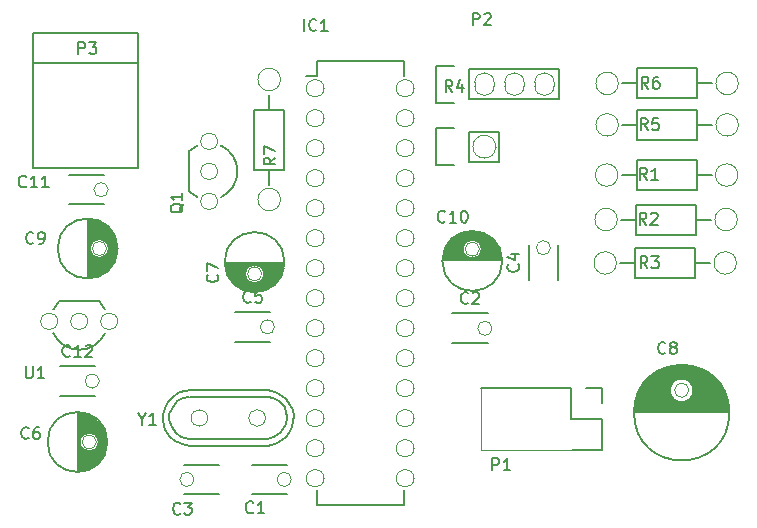
<source format=gbr>
G04 #@! TF.FileFunction,Legend,Top*
%FSLAX46Y46*%
G04 Gerber Fmt 4.6, Leading zero omitted, Abs format (unit mm)*
G04 Created by KiCad (PCBNEW 4.0.2+dfsg1-stable) date śro, 11 kwi 2018, 10:40:26*
%MOMM*%
G01*
G04 APERTURE LIST*
%ADD10C,0.100000*%
%ADD11C,0.150000*%
%ADD12C,0.120000*%
G04 APERTURE END LIST*
D10*
D11*
X165176500Y-112636500D02*
X166510000Y-112636500D01*
X166510000Y-112636500D02*
X166510000Y-113906500D01*
X156286500Y-112636500D02*
X163906500Y-112636500D01*
X163906500Y-112636500D02*
X163906500Y-115240000D01*
X163906500Y-115240000D02*
X166573500Y-115240000D01*
X166573500Y-115240000D02*
X166573500Y-117843500D01*
X166573500Y-117843500D02*
X164033500Y-117843500D01*
D12*
X163970000Y-117840000D02*
X156290000Y-117840000D01*
X156290000Y-117840000D02*
X156290000Y-112640000D01*
X166570000Y-115240000D02*
X163970000Y-115240000D01*
D11*
X136880000Y-119120000D02*
X139880000Y-119120000D01*
X139880000Y-121620000D02*
X136880000Y-121620000D01*
X134140000Y-121620000D02*
X131140000Y-121620000D01*
X131140000Y-119120000D02*
X134140000Y-119120000D01*
X122195000Y-114701000D02*
X122195000Y-119699000D01*
X122335000Y-114709000D02*
X122335000Y-117046000D01*
X122335000Y-117354000D02*
X122335000Y-119691000D01*
X122475000Y-114725000D02*
X122475000Y-116727000D01*
X122475000Y-117673000D02*
X122475000Y-119675000D01*
X122615000Y-114749000D02*
X122615000Y-116580000D01*
X122615000Y-117820000D02*
X122615000Y-119651000D01*
X122755000Y-114782000D02*
X122755000Y-116488000D01*
X122755000Y-117912000D02*
X122755000Y-119618000D01*
X122895000Y-114823000D02*
X122895000Y-116432000D01*
X122895000Y-117968000D02*
X122895000Y-119577000D01*
X123035000Y-114873000D02*
X123035000Y-116405000D01*
X123035000Y-117995000D02*
X123035000Y-119527000D01*
X123175000Y-114934000D02*
X123175000Y-116402000D01*
X123175000Y-117998000D02*
X123175000Y-119466000D01*
X123315000Y-115004000D02*
X123315000Y-116424000D01*
X123315000Y-117976000D02*
X123315000Y-119396000D01*
X123455000Y-115086000D02*
X123455000Y-116474000D01*
X123455000Y-117926000D02*
X123455000Y-119314000D01*
X123595000Y-115181000D02*
X123595000Y-116556000D01*
X123595000Y-117844000D02*
X123595000Y-119219000D01*
X123735000Y-115292000D02*
X123735000Y-116688000D01*
X123735000Y-117712000D02*
X123735000Y-119108000D01*
X123875000Y-115420000D02*
X123875000Y-116935000D01*
X123875000Y-117465000D02*
X123875000Y-118980000D01*
X124015000Y-115569000D02*
X124015000Y-118831000D01*
X124155000Y-115748000D02*
X124155000Y-118652000D01*
X124295000Y-115967000D02*
X124295000Y-118433000D01*
X124435000Y-116256000D02*
X124435000Y-118144000D01*
X124575000Y-116728000D02*
X124575000Y-117672000D01*
X123920000Y-117200000D02*
G75*
G03X123920000Y-117200000I-800000J0D01*
G01*
X124657500Y-117200000D02*
G75*
G03X124657500Y-117200000I-2537500J0D01*
G01*
X139619000Y-102045000D02*
X134621000Y-102045000D01*
X139611000Y-102185000D02*
X137274000Y-102185000D01*
X136966000Y-102185000D02*
X134629000Y-102185000D01*
X139595000Y-102325000D02*
X137593000Y-102325000D01*
X136647000Y-102325000D02*
X134645000Y-102325000D01*
X139571000Y-102465000D02*
X137740000Y-102465000D01*
X136500000Y-102465000D02*
X134669000Y-102465000D01*
X139538000Y-102605000D02*
X137832000Y-102605000D01*
X136408000Y-102605000D02*
X134702000Y-102605000D01*
X139497000Y-102745000D02*
X137888000Y-102745000D01*
X136352000Y-102745000D02*
X134743000Y-102745000D01*
X139447000Y-102885000D02*
X137915000Y-102885000D01*
X136325000Y-102885000D02*
X134793000Y-102885000D01*
X139386000Y-103025000D02*
X137918000Y-103025000D01*
X136322000Y-103025000D02*
X134854000Y-103025000D01*
X139316000Y-103165000D02*
X137896000Y-103165000D01*
X136344000Y-103165000D02*
X134924000Y-103165000D01*
X139234000Y-103305000D02*
X137846000Y-103305000D01*
X136394000Y-103305000D02*
X135006000Y-103305000D01*
X139139000Y-103445000D02*
X137764000Y-103445000D01*
X136476000Y-103445000D02*
X135101000Y-103445000D01*
X139028000Y-103585000D02*
X137632000Y-103585000D01*
X136608000Y-103585000D02*
X135212000Y-103585000D01*
X138900000Y-103725000D02*
X137385000Y-103725000D01*
X136855000Y-103725000D02*
X135340000Y-103725000D01*
X138751000Y-103865000D02*
X135489000Y-103865000D01*
X138572000Y-104005000D02*
X135668000Y-104005000D01*
X138353000Y-104145000D02*
X135887000Y-104145000D01*
X138064000Y-104285000D02*
X136176000Y-104285000D01*
X137592000Y-104425000D02*
X136648000Y-104425000D01*
X137920000Y-102970000D02*
G75*
G03X137920000Y-102970000I-800000J0D01*
G01*
X139657500Y-101970000D02*
G75*
G03X139657500Y-101970000I-2537500J0D01*
G01*
X169281000Y-114645000D02*
X177279000Y-114645000D01*
X169286000Y-114505000D02*
X177274000Y-114505000D01*
X169296000Y-114365000D02*
X177264000Y-114365000D01*
X169311000Y-114225000D02*
X177249000Y-114225000D01*
X169331000Y-114085000D02*
X177229000Y-114085000D01*
X169356000Y-113945000D02*
X177204000Y-113945000D01*
X169386000Y-113805000D02*
X173107000Y-113805000D01*
X173453000Y-113805000D02*
X177174000Y-113805000D01*
X169422000Y-113665000D02*
X172745000Y-113665000D01*
X173815000Y-113665000D02*
X177138000Y-113665000D01*
X169463000Y-113525000D02*
X172571000Y-113525000D01*
X173989000Y-113525000D02*
X177097000Y-113525000D01*
X169509000Y-113385000D02*
X172455000Y-113385000D01*
X174105000Y-113385000D02*
X177051000Y-113385000D01*
X169562000Y-113245000D02*
X172375000Y-113245000D01*
X174185000Y-113245000D02*
X176998000Y-113245000D01*
X169621000Y-113105000D02*
X172321000Y-113105000D01*
X174239000Y-113105000D02*
X176939000Y-113105000D01*
X169686000Y-112965000D02*
X172291000Y-112965000D01*
X174269000Y-112965000D02*
X176874000Y-112965000D01*
X169757000Y-112825000D02*
X172280000Y-112825000D01*
X174280000Y-112825000D02*
X176803000Y-112825000D01*
X169836000Y-112685000D02*
X172289000Y-112685000D01*
X174271000Y-112685000D02*
X176724000Y-112685000D01*
X169923000Y-112545000D02*
X172319000Y-112545000D01*
X174241000Y-112545000D02*
X176637000Y-112545000D01*
X170018000Y-112405000D02*
X172370000Y-112405000D01*
X174190000Y-112405000D02*
X176542000Y-112405000D01*
X170122000Y-112265000D02*
X172448000Y-112265000D01*
X174112000Y-112265000D02*
X176438000Y-112265000D01*
X170236000Y-112125000D02*
X172561000Y-112125000D01*
X173999000Y-112125000D02*
X176324000Y-112125000D01*
X170361000Y-111985000D02*
X172730000Y-111985000D01*
X173830000Y-111985000D02*
X176199000Y-111985000D01*
X170499000Y-111845000D02*
X173058000Y-111845000D01*
X173502000Y-111845000D02*
X176061000Y-111845000D01*
X170651000Y-111705000D02*
X175909000Y-111705000D01*
X170821000Y-111565000D02*
X175739000Y-111565000D01*
X171012000Y-111425000D02*
X175548000Y-111425000D01*
X171230000Y-111285000D02*
X175330000Y-111285000D01*
X171486000Y-111145000D02*
X175074000Y-111145000D01*
X171797000Y-111005000D02*
X174763000Y-111005000D01*
X172213000Y-110865000D02*
X174347000Y-110865000D01*
X173080000Y-110725000D02*
X173480000Y-110725000D01*
X174280000Y-112820000D02*
G75*
G03X174280000Y-112820000I-1000000J0D01*
G01*
X177317500Y-114720000D02*
G75*
G03X177317500Y-114720000I-4037500J0D01*
G01*
X123055000Y-98321000D02*
X123055000Y-103319000D01*
X123195000Y-98329000D02*
X123195000Y-100666000D01*
X123195000Y-100974000D02*
X123195000Y-103311000D01*
X123335000Y-98345000D02*
X123335000Y-100347000D01*
X123335000Y-101293000D02*
X123335000Y-103295000D01*
X123475000Y-98369000D02*
X123475000Y-100200000D01*
X123475000Y-101440000D02*
X123475000Y-103271000D01*
X123615000Y-98402000D02*
X123615000Y-100108000D01*
X123615000Y-101532000D02*
X123615000Y-103238000D01*
X123755000Y-98443000D02*
X123755000Y-100052000D01*
X123755000Y-101588000D02*
X123755000Y-103197000D01*
X123895000Y-98493000D02*
X123895000Y-100025000D01*
X123895000Y-101615000D02*
X123895000Y-103147000D01*
X124035000Y-98554000D02*
X124035000Y-100022000D01*
X124035000Y-101618000D02*
X124035000Y-103086000D01*
X124175000Y-98624000D02*
X124175000Y-100044000D01*
X124175000Y-101596000D02*
X124175000Y-103016000D01*
X124315000Y-98706000D02*
X124315000Y-100094000D01*
X124315000Y-101546000D02*
X124315000Y-102934000D01*
X124455000Y-98801000D02*
X124455000Y-100176000D01*
X124455000Y-101464000D02*
X124455000Y-102839000D01*
X124595000Y-98912000D02*
X124595000Y-100308000D01*
X124595000Y-101332000D02*
X124595000Y-102728000D01*
X124735000Y-99040000D02*
X124735000Y-100555000D01*
X124735000Y-101085000D02*
X124735000Y-102600000D01*
X124875000Y-99189000D02*
X124875000Y-102451000D01*
X125015000Y-99368000D02*
X125015000Y-102272000D01*
X125155000Y-99587000D02*
X125155000Y-102053000D01*
X125295000Y-99876000D02*
X125295000Y-101764000D01*
X125435000Y-100348000D02*
X125435000Y-101292000D01*
X124780000Y-100820000D02*
G75*
G03X124780000Y-100820000I-800000J0D01*
G01*
X125517500Y-100820000D02*
G75*
G03X125517500Y-100820000I-2537500J0D01*
G01*
X153051000Y-101795000D02*
X158049000Y-101795000D01*
X153059000Y-101655000D02*
X155396000Y-101655000D01*
X155704000Y-101655000D02*
X158041000Y-101655000D01*
X153075000Y-101515000D02*
X155077000Y-101515000D01*
X156023000Y-101515000D02*
X158025000Y-101515000D01*
X153099000Y-101375000D02*
X154930000Y-101375000D01*
X156170000Y-101375000D02*
X158001000Y-101375000D01*
X153132000Y-101235000D02*
X154838000Y-101235000D01*
X156262000Y-101235000D02*
X157968000Y-101235000D01*
X153173000Y-101095000D02*
X154782000Y-101095000D01*
X156318000Y-101095000D02*
X157927000Y-101095000D01*
X153223000Y-100955000D02*
X154755000Y-100955000D01*
X156345000Y-100955000D02*
X157877000Y-100955000D01*
X153284000Y-100815000D02*
X154752000Y-100815000D01*
X156348000Y-100815000D02*
X157816000Y-100815000D01*
X153354000Y-100675000D02*
X154774000Y-100675000D01*
X156326000Y-100675000D02*
X157746000Y-100675000D01*
X153436000Y-100535000D02*
X154824000Y-100535000D01*
X156276000Y-100535000D02*
X157664000Y-100535000D01*
X153531000Y-100395000D02*
X154906000Y-100395000D01*
X156194000Y-100395000D02*
X157569000Y-100395000D01*
X153642000Y-100255000D02*
X155038000Y-100255000D01*
X156062000Y-100255000D02*
X157458000Y-100255000D01*
X153770000Y-100115000D02*
X155285000Y-100115000D01*
X155815000Y-100115000D02*
X157330000Y-100115000D01*
X153919000Y-99975000D02*
X157181000Y-99975000D01*
X154098000Y-99835000D02*
X157002000Y-99835000D01*
X154317000Y-99695000D02*
X156783000Y-99695000D01*
X154606000Y-99555000D02*
X156494000Y-99555000D01*
X155078000Y-99415000D02*
X156022000Y-99415000D01*
X156350000Y-100870000D02*
G75*
G03X156350000Y-100870000I-800000J0D01*
G01*
X158087500Y-101870000D02*
G75*
G03X158087500Y-101870000I-2537500J0D01*
G01*
X142385000Y-84955000D02*
X142385000Y-86225000D01*
X149735000Y-84955000D02*
X149735000Y-86225000D01*
X149735000Y-122565000D02*
X149735000Y-121295000D01*
X142385000Y-122565000D02*
X142385000Y-121295000D01*
X142385000Y-84955000D02*
X149735000Y-84955000D01*
X142385000Y-122565000D02*
X149735000Y-122565000D01*
X142385000Y-86225000D02*
X141450000Y-86225000D01*
X155310000Y-85640000D02*
X162930000Y-85640000D01*
X155310000Y-88180000D02*
X162930000Y-88180000D01*
X152490000Y-88460000D02*
X154040000Y-88460000D01*
X162930000Y-85640000D02*
X162930000Y-88180000D01*
X155310000Y-88180000D02*
X155310000Y-85640000D01*
X154040000Y-85360000D02*
X152490000Y-85360000D01*
X152490000Y-85360000D02*
X152490000Y-88460000D01*
X127215000Y-85120000D02*
X118325000Y-85120000D01*
X127215000Y-87660000D02*
X127215000Y-93375000D01*
X127215000Y-93375000D02*
X127215000Y-94010000D01*
X127215000Y-94010000D02*
X118325000Y-94010000D01*
X118325000Y-94010000D02*
X118325000Y-87660000D01*
X118325000Y-87660000D02*
X118325000Y-82580000D01*
X118325000Y-82580000D02*
X127215000Y-82580000D01*
X127215000Y-82580000D02*
X127215000Y-87660000D01*
X132273010Y-92102305D02*
G75*
G03X131570000Y-92590000I996990J-2187695D01*
G01*
X132273010Y-96477695D02*
G75*
G02X131570000Y-95990000I996990J2187695D01*
G01*
X131570000Y-92590000D02*
X131570000Y-95990000D01*
X134263127Y-92105121D02*
G75*
G02X135670000Y-94290000I-993127J-2184879D01*
G01*
X134263127Y-96474879D02*
G75*
G03X135670000Y-94290000I-993127J2184879D01*
G01*
X174550000Y-95870000D02*
X169470000Y-95870000D01*
X169470000Y-95870000D02*
X169470000Y-93330000D01*
X169470000Y-93330000D02*
X174550000Y-93330000D01*
X174550000Y-93330000D02*
X174550000Y-95870000D01*
X174550000Y-94600000D02*
X175820000Y-94600000D01*
X169470000Y-94600000D02*
X168200000Y-94600000D01*
X169420000Y-97100000D02*
X174500000Y-97100000D01*
X174500000Y-97100000D02*
X174500000Y-99640000D01*
X174500000Y-99640000D02*
X169420000Y-99640000D01*
X169420000Y-99640000D02*
X169420000Y-97100000D01*
X169420000Y-98370000D02*
X168150000Y-98370000D01*
X174500000Y-98370000D02*
X175770000Y-98370000D01*
X174430000Y-103310000D02*
X169350000Y-103310000D01*
X169350000Y-103310000D02*
X169350000Y-100770000D01*
X169350000Y-100770000D02*
X174430000Y-100770000D01*
X174430000Y-100770000D02*
X174430000Y-103310000D01*
X174430000Y-102040000D02*
X175700000Y-102040000D01*
X169350000Y-102040000D02*
X168080000Y-102040000D01*
X152480000Y-93750000D02*
X154030000Y-93750000D01*
X157840000Y-93470000D02*
X155300000Y-93470000D01*
X155300000Y-93470000D02*
X155300000Y-90930000D01*
X154030000Y-90650000D02*
X152480000Y-90650000D01*
X152480000Y-90650000D02*
X152480000Y-93750000D01*
X155300000Y-90930000D02*
X157840000Y-90930000D01*
X157840000Y-90930000D02*
X157840000Y-93470000D01*
X174590000Y-91620000D02*
X169510000Y-91620000D01*
X169510000Y-91620000D02*
X169510000Y-89080000D01*
X169510000Y-89080000D02*
X174590000Y-89080000D01*
X174590000Y-89080000D02*
X174590000Y-91620000D01*
X174590000Y-90350000D02*
X175860000Y-90350000D01*
X169510000Y-90350000D02*
X168240000Y-90350000D01*
X174590000Y-88110000D02*
X169510000Y-88110000D01*
X169510000Y-88110000D02*
X169510000Y-85570000D01*
X169510000Y-85570000D02*
X174590000Y-85570000D01*
X174590000Y-85570000D02*
X174590000Y-88110000D01*
X174590000Y-86840000D02*
X175860000Y-86840000D01*
X169510000Y-86840000D02*
X168240000Y-86840000D01*
X137090000Y-94130000D02*
X137090000Y-89050000D01*
X137090000Y-89050000D02*
X139630000Y-89050000D01*
X139630000Y-89050000D02*
X139630000Y-94130000D01*
X139630000Y-94130000D02*
X137090000Y-94130000D01*
X138360000Y-94130000D02*
X138360000Y-95400000D01*
X138360000Y-89050000D02*
X138360000Y-87780000D01*
X139589000Y-114169240D02*
X139789660Y-114570560D01*
X139789660Y-114570560D02*
X139891260Y-115170000D01*
X139891260Y-115170000D02*
X139789660Y-115670380D01*
X139789660Y-115670380D02*
X139390880Y-116368880D01*
X139390880Y-116368880D02*
X138788900Y-116770200D01*
X138788900Y-116770200D02*
X138189460Y-116970860D01*
X138189460Y-116970860D02*
X131590540Y-116970860D01*
X131590540Y-116970860D02*
X130889500Y-116770200D01*
X130889500Y-116770200D02*
X130490720Y-116470480D01*
X130490720Y-116470480D02*
X130089400Y-115970100D01*
X130089400Y-115970100D02*
X129888740Y-115370660D01*
X129888740Y-115370660D02*
X129888740Y-114870280D01*
X129888740Y-114870280D02*
X130089400Y-114369900D01*
X130089400Y-114369900D02*
X130589780Y-113770460D01*
X130589780Y-113770460D02*
X131090160Y-113470740D01*
X131090160Y-113470740D02*
X131590540Y-113369140D01*
X131689600Y-113369140D02*
X138291060Y-113369140D01*
X138291060Y-113369140D02*
X138689840Y-113470740D01*
X138689840Y-113470740D02*
X139190220Y-113770460D01*
X139190220Y-113770460D02*
X139690600Y-114270840D01*
X131699760Y-112840820D02*
X131240020Y-112889080D01*
X131240020Y-112889080D02*
X130841240Y-113000840D01*
X130841240Y-113000840D02*
X130409440Y-113219280D01*
X130409440Y-113219280D02*
X130119880Y-113450420D01*
X130119880Y-113450420D02*
X129789680Y-113800940D01*
X129789680Y-113800940D02*
X129500120Y-114339420D01*
X129500120Y-114339420D02*
X129370580Y-114938860D01*
X129370580Y-114938860D02*
X129370580Y-115449400D01*
X129370580Y-115449400D02*
X129540760Y-116150440D01*
X129540760Y-116150440D02*
X129939540Y-116739720D01*
X129939540Y-116739720D02*
X130399280Y-117110560D01*
X130399280Y-117110560D02*
X130820920Y-117318840D01*
X130820920Y-117318840D02*
X131270500Y-117478860D01*
X131270500Y-117478860D02*
X131709920Y-117509340D01*
X139050520Y-117290900D02*
X139428980Y-117069920D01*
X139428980Y-117069920D02*
X139749020Y-116790520D01*
X139749020Y-116790520D02*
X140000480Y-116460320D01*
X140000480Y-116460320D02*
X140300200Y-115909140D01*
X140300200Y-115909140D02*
X140409420Y-115439240D01*
X140409420Y-115439240D02*
X140429740Y-114979500D01*
X140429740Y-114979500D02*
X140340840Y-114519760D01*
X140340840Y-114519760D02*
X140150340Y-114070180D01*
X140150340Y-114070180D02*
X139789660Y-113600280D01*
X139789660Y-113600280D02*
X139439140Y-113280240D01*
X139439140Y-113280240D02*
X139050520Y-113049100D01*
X139050520Y-113049100D02*
X138621260Y-112909400D01*
X138621260Y-112909400D02*
X138179300Y-112840820D01*
X131689600Y-117499180D02*
X138141200Y-117499180D01*
X138141200Y-117499180D02*
X138560300Y-117461080D01*
X138560300Y-117461080D02*
X139050520Y-117290900D01*
X131689600Y-112840820D02*
X138141200Y-112840820D01*
X124457695Y-105993010D02*
G75*
G03X123970000Y-105290000I-2187695J-996990D01*
G01*
X120082305Y-105993010D02*
G75*
G02X120570000Y-105290000I2187695J-996990D01*
G01*
X123970000Y-105290000D02*
X120570000Y-105290000D01*
X124454879Y-107983127D02*
G75*
G02X122270000Y-109390000I-2184879J993127D01*
G01*
X120085121Y-107983127D02*
G75*
G03X122270000Y-109390000I2184879J993127D01*
G01*
X153870000Y-106320000D02*
X156870000Y-106320000D01*
X156870000Y-108820000D02*
X153870000Y-108820000D01*
X160320000Y-103500000D02*
X160320000Y-100500000D01*
X162820000Y-100500000D02*
X162820000Y-103500000D01*
X135450000Y-106200000D02*
X138450000Y-106200000D01*
X138450000Y-108700000D02*
X135450000Y-108700000D01*
X121370000Y-94580000D02*
X124370000Y-94580000D01*
X124370000Y-97080000D02*
X121370000Y-97080000D01*
X120620000Y-110790000D02*
X123620000Y-110790000D01*
X123620000Y-113290000D02*
X120620000Y-113290000D01*
D10*
X140230000Y-120370000D02*
G75*
G03X140230000Y-120370000I-600000J0D01*
G01*
X131990000Y-120370000D02*
G75*
G03X131990000Y-120370000I-600000J0D01*
G01*
X123720000Y-117200000D02*
G75*
G03X123720000Y-117200000I-600000J0D01*
G01*
X137720000Y-102970000D02*
G75*
G03X137720000Y-102970000I-600000J0D01*
G01*
X173880000Y-112820000D02*
G75*
G03X173880000Y-112820000I-600000J0D01*
G01*
X124580000Y-100820000D02*
G75*
G03X124580000Y-100820000I-600000J0D01*
G01*
X156150000Y-100870000D02*
G75*
G03X156150000Y-100870000I-600000J0D01*
G01*
X141500000Y-87250000D02*
X141500000Y-87250000D01*
X143000000Y-87250000D02*
X143000000Y-87250000D01*
X141500000Y-87250000D02*
G75*
G03X143000000Y-87250000I750000J0D01*
G01*
X143000000Y-87250000D02*
G75*
G03X141500000Y-87250000I-750000J0D01*
G01*
X141500000Y-89790000D02*
X141500000Y-89790000D01*
X143000000Y-89790000D02*
X143000000Y-89790000D01*
X141500000Y-89790000D02*
G75*
G03X143000000Y-89790000I750000J0D01*
G01*
X143000000Y-89790000D02*
G75*
G03X141500000Y-89790000I-750000J0D01*
G01*
X141500000Y-92330000D02*
X141500000Y-92330000D01*
X143000000Y-92330000D02*
X143000000Y-92330000D01*
X141500000Y-92330000D02*
G75*
G03X143000000Y-92330000I750000J0D01*
G01*
X143000000Y-92330000D02*
G75*
G03X141500000Y-92330000I-750000J0D01*
G01*
X141500000Y-94870000D02*
X141500000Y-94870000D01*
X143000000Y-94870000D02*
X143000000Y-94870000D01*
X141500000Y-94870000D02*
G75*
G03X143000000Y-94870000I750000J0D01*
G01*
X143000000Y-94870000D02*
G75*
G03X141500000Y-94870000I-750000J0D01*
G01*
X141500000Y-97410000D02*
X141500000Y-97410000D01*
X143000000Y-97410000D02*
X143000000Y-97410000D01*
X141500000Y-97410000D02*
G75*
G03X143000000Y-97410000I750000J0D01*
G01*
X143000000Y-97410000D02*
G75*
G03X141500000Y-97410000I-750000J0D01*
G01*
X141500000Y-99950000D02*
X141500000Y-99950000D01*
X143000000Y-99950000D02*
X143000000Y-99950000D01*
X141500000Y-99950000D02*
G75*
G03X143000000Y-99950000I750000J0D01*
G01*
X143000000Y-99950000D02*
G75*
G03X141500000Y-99950000I-750000J0D01*
G01*
X141500000Y-102490000D02*
X141500000Y-102490000D01*
X143000000Y-102490000D02*
X143000000Y-102490000D01*
X141500000Y-102490000D02*
G75*
G03X143000000Y-102490000I750000J0D01*
G01*
X143000000Y-102490000D02*
G75*
G03X141500000Y-102490000I-750000J0D01*
G01*
X141500000Y-105030000D02*
X141500000Y-105030000D01*
X143000000Y-105030000D02*
X143000000Y-105030000D01*
X141500000Y-105030000D02*
G75*
G03X143000000Y-105030000I750000J0D01*
G01*
X143000000Y-105030000D02*
G75*
G03X141500000Y-105030000I-750000J0D01*
G01*
X141500000Y-107570000D02*
X141500000Y-107570000D01*
X143000000Y-107570000D02*
X143000000Y-107570000D01*
X141500000Y-107570000D02*
G75*
G03X143000000Y-107570000I750000J0D01*
G01*
X143000000Y-107570000D02*
G75*
G03X141500000Y-107570000I-750000J0D01*
G01*
X141500000Y-110110000D02*
X141500000Y-110110000D01*
X143000000Y-110110000D02*
X143000000Y-110110000D01*
X141500000Y-110110000D02*
G75*
G03X143000000Y-110110000I750000J0D01*
G01*
X143000000Y-110110000D02*
G75*
G03X141500000Y-110110000I-750000J0D01*
G01*
X141500000Y-112650000D02*
X141500000Y-112650000D01*
X143000000Y-112650000D02*
X143000000Y-112650000D01*
X141500000Y-112650000D02*
G75*
G03X143000000Y-112650000I750000J0D01*
G01*
X143000000Y-112650000D02*
G75*
G03X141500000Y-112650000I-750000J0D01*
G01*
X141500000Y-115190000D02*
X141500000Y-115190000D01*
X143000000Y-115190000D02*
X143000000Y-115190000D01*
X141500000Y-115190000D02*
G75*
G03X143000000Y-115190000I750000J0D01*
G01*
X143000000Y-115190000D02*
G75*
G03X141500000Y-115190000I-750000J0D01*
G01*
X141500000Y-117730000D02*
X141500000Y-117730000D01*
X143000000Y-117730000D02*
X143000000Y-117730000D01*
X141500000Y-117730000D02*
G75*
G03X143000000Y-117730000I750000J0D01*
G01*
X143000000Y-117730000D02*
G75*
G03X141500000Y-117730000I-750000J0D01*
G01*
X141500000Y-120270000D02*
X141500000Y-120270000D01*
X143000000Y-120270000D02*
X143000000Y-120270000D01*
X141500000Y-120270000D02*
G75*
G03X143000000Y-120270000I750000J0D01*
G01*
X143000000Y-120270000D02*
G75*
G03X141500000Y-120270000I-750000J0D01*
G01*
X149120000Y-120270000D02*
X149120000Y-120270000D01*
X150620000Y-120270000D02*
X150620000Y-120270000D01*
X149120000Y-120270000D02*
G75*
G03X150620000Y-120270000I750000J0D01*
G01*
X150620000Y-120270000D02*
G75*
G03X149120000Y-120270000I-750000J0D01*
G01*
X149120000Y-117730000D02*
X149120000Y-117730000D01*
X150620000Y-117730000D02*
X150620000Y-117730000D01*
X149120000Y-117730000D02*
G75*
G03X150620000Y-117730000I750000J0D01*
G01*
X150620000Y-117730000D02*
G75*
G03X149120000Y-117730000I-750000J0D01*
G01*
X149120000Y-115190000D02*
X149120000Y-115190000D01*
X150620000Y-115190000D02*
X150620000Y-115190000D01*
X149120000Y-115190000D02*
G75*
G03X150620000Y-115190000I750000J0D01*
G01*
X150620000Y-115190000D02*
G75*
G03X149120000Y-115190000I-750000J0D01*
G01*
X149120000Y-112650000D02*
X149120000Y-112650000D01*
X150620000Y-112650000D02*
X150620000Y-112650000D01*
X149120000Y-112650000D02*
G75*
G03X150620000Y-112650000I750000J0D01*
G01*
X150620000Y-112650000D02*
G75*
G03X149120000Y-112650000I-750000J0D01*
G01*
X149120000Y-110110000D02*
X149120000Y-110110000D01*
X150620000Y-110110000D02*
X150620000Y-110110000D01*
X149120000Y-110110000D02*
G75*
G03X150620000Y-110110000I750000J0D01*
G01*
X150620000Y-110110000D02*
G75*
G03X149120000Y-110110000I-750000J0D01*
G01*
X149120000Y-107570000D02*
X149120000Y-107570000D01*
X150620000Y-107570000D02*
X150620000Y-107570000D01*
X149120000Y-107570000D02*
G75*
G03X150620000Y-107570000I750000J0D01*
G01*
X150620000Y-107570000D02*
G75*
G03X149120000Y-107570000I-750000J0D01*
G01*
X149120000Y-105030000D02*
X149120000Y-105030000D01*
X150620000Y-105030000D02*
X150620000Y-105030000D01*
X149120000Y-105030000D02*
G75*
G03X150620000Y-105030000I750000J0D01*
G01*
X150620000Y-105030000D02*
G75*
G03X149120000Y-105030000I-750000J0D01*
G01*
X149120000Y-102490000D02*
X149120000Y-102490000D01*
X150620000Y-102490000D02*
X150620000Y-102490000D01*
X149120000Y-102490000D02*
G75*
G03X150620000Y-102490000I750000J0D01*
G01*
X150620000Y-102490000D02*
G75*
G03X149120000Y-102490000I-750000J0D01*
G01*
X149120000Y-99950000D02*
X149120000Y-99950000D01*
X150620000Y-99950000D02*
X150620000Y-99950000D01*
X149120000Y-99950000D02*
G75*
G03X150620000Y-99950000I750000J0D01*
G01*
X150620000Y-99950000D02*
G75*
G03X149120000Y-99950000I-750000J0D01*
G01*
X149120000Y-97410000D02*
X149120000Y-97410000D01*
X150620000Y-97410000D02*
X150620000Y-97410000D01*
X149120000Y-97410000D02*
G75*
G03X150620000Y-97410000I750000J0D01*
G01*
X150620000Y-97410000D02*
G75*
G03X149120000Y-97410000I-750000J0D01*
G01*
X149120000Y-94870000D02*
X149120000Y-94870000D01*
X150620000Y-94870000D02*
X150620000Y-94870000D01*
X149120000Y-94870000D02*
G75*
G03X150620000Y-94870000I750000J0D01*
G01*
X150620000Y-94870000D02*
G75*
G03X149120000Y-94870000I-750000J0D01*
G01*
X149120000Y-92330000D02*
X149120000Y-92330000D01*
X150620000Y-92330000D02*
X150620000Y-92330000D01*
X149120000Y-92330000D02*
G75*
G03X150620000Y-92330000I750000J0D01*
G01*
X150620000Y-92330000D02*
G75*
G03X149120000Y-92330000I-750000J0D01*
G01*
X149120000Y-89790000D02*
X149120000Y-89790000D01*
X150620000Y-89790000D02*
X150620000Y-89790000D01*
X149120000Y-89790000D02*
G75*
G03X150620000Y-89790000I750000J0D01*
G01*
X150620000Y-89790000D02*
G75*
G03X149120000Y-89790000I-750000J0D01*
G01*
X149120000Y-87250000D02*
X149120000Y-87250000D01*
X150620000Y-87250000D02*
X150620000Y-87250000D01*
X149120000Y-87250000D02*
G75*
G03X150620000Y-87250000I750000J0D01*
G01*
X150620000Y-87250000D02*
G75*
G03X149120000Y-87250000I-750000J0D01*
G01*
X155766400Y-86757600D02*
X155766400Y-87062400D01*
X157393600Y-86757600D02*
X157393600Y-87062400D01*
X155766400Y-87062400D02*
G75*
G03X157393600Y-87062400I813600J0D01*
G01*
X157393600Y-86757600D02*
G75*
G03X155766400Y-86757600I-813600J0D01*
G01*
X158306400Y-86757600D02*
X158306400Y-87062400D01*
X159933600Y-86757600D02*
X159933600Y-87062400D01*
X158306400Y-87062400D02*
G75*
G03X159933600Y-87062400I813600J0D01*
G01*
X159933600Y-86757600D02*
G75*
G03X158306400Y-86757600I-813600J0D01*
G01*
X160846400Y-86757600D02*
X160846400Y-87062400D01*
X162473600Y-86757600D02*
X162473600Y-87062400D01*
X160846400Y-87062400D02*
G75*
G03X162473600Y-87062400I813600J0D01*
G01*
X162473600Y-86757600D02*
G75*
G03X160846400Y-86757600I-813600J0D01*
G01*
X133982000Y-94290000D02*
G75*
G03X133982000Y-94290000I-712000J0D01*
G01*
X133982000Y-96830000D02*
G75*
G03X133982000Y-96830000I-712000J0D01*
G01*
X133982000Y-91750000D02*
G75*
G03X133982000Y-91750000I-712000J0D01*
G01*
X178039490Y-94600000D02*
G75*
G03X178039490Y-94600000I-949490J0D01*
G01*
X167879490Y-94600000D02*
G75*
G03X167879490Y-94600000I-949490J0D01*
G01*
X167829490Y-98370000D02*
G75*
G03X167829490Y-98370000I-949490J0D01*
G01*
X177989490Y-98370000D02*
G75*
G03X177989490Y-98370000I-949490J0D01*
G01*
X177919490Y-102040000D02*
G75*
G03X177919490Y-102040000I-949490J0D01*
G01*
X167759490Y-102040000D02*
G75*
G03X167759490Y-102040000I-949490J0D01*
G01*
X155604000Y-92200000D02*
X155604000Y-92200000D01*
X157536000Y-92200000D02*
X157536000Y-92200000D01*
X155604000Y-92200000D02*
G75*
G03X157536000Y-92200000I966000J0D01*
G01*
X157536000Y-92200000D02*
G75*
G03X155604000Y-92200000I-966000J0D01*
G01*
X178079490Y-90350000D02*
G75*
G03X178079490Y-90350000I-949490J0D01*
G01*
X167919490Y-90350000D02*
G75*
G03X167919490Y-90350000I-949490J0D01*
G01*
X178079490Y-86840000D02*
G75*
G03X178079490Y-86840000I-949490J0D01*
G01*
X167919490Y-86840000D02*
G75*
G03X167919490Y-86840000I-949490J0D01*
G01*
X139309490Y-96670000D02*
G75*
G03X139309490Y-96670000I-949490J0D01*
G01*
X139309490Y-86510000D02*
G75*
G03X139309490Y-86510000I-949490J0D01*
G01*
X133149630Y-115170000D02*
G75*
G03X133149630Y-115170000I-700570J0D01*
G01*
X138031510Y-115170000D02*
G75*
G03X138031510Y-115170000I-700570J0D01*
G01*
X122982000Y-106990000D02*
G75*
G03X122982000Y-106990000I-712000J0D01*
G01*
X120442000Y-106990000D02*
G75*
G03X120442000Y-106990000I-712000J0D01*
G01*
X125522000Y-106990000D02*
G75*
G03X125522000Y-106990000I-712000J0D01*
G01*
X157220000Y-107570000D02*
G75*
G03X157220000Y-107570000I-600000J0D01*
G01*
X162170000Y-100750000D02*
G75*
G03X162170000Y-100750000I-600000J0D01*
G01*
X138800000Y-107450000D02*
G75*
G03X138800000Y-107450000I-600000J0D01*
G01*
X124720000Y-95830000D02*
G75*
G03X124720000Y-95830000I-600000J0D01*
G01*
X123970000Y-112040000D02*
G75*
G03X123970000Y-112040000I-600000J0D01*
G01*
D11*
X157261905Y-119592381D02*
X157261905Y-118592381D01*
X157642858Y-118592381D01*
X157738096Y-118640000D01*
X157785715Y-118687619D01*
X157833334Y-118782857D01*
X157833334Y-118925714D01*
X157785715Y-119020952D01*
X157738096Y-119068571D01*
X157642858Y-119116190D01*
X157261905Y-119116190D01*
X158785715Y-119592381D02*
X158214286Y-119592381D01*
X158500000Y-119592381D02*
X158500000Y-118592381D01*
X158404762Y-118735238D01*
X158309524Y-118830476D01*
X158214286Y-118878095D01*
X137003334Y-123137143D02*
X136955715Y-123184762D01*
X136812858Y-123232381D01*
X136717620Y-123232381D01*
X136574762Y-123184762D01*
X136479524Y-123089524D01*
X136431905Y-122994286D01*
X136384286Y-122803810D01*
X136384286Y-122660952D01*
X136431905Y-122470476D01*
X136479524Y-122375238D01*
X136574762Y-122280000D01*
X136717620Y-122232381D01*
X136812858Y-122232381D01*
X136955715Y-122280000D01*
X137003334Y-122327619D01*
X137955715Y-123232381D02*
X137384286Y-123232381D01*
X137670000Y-123232381D02*
X137670000Y-122232381D01*
X137574762Y-122375238D01*
X137479524Y-122470476D01*
X137384286Y-122518095D01*
X130833334Y-123247143D02*
X130785715Y-123294762D01*
X130642858Y-123342381D01*
X130547620Y-123342381D01*
X130404762Y-123294762D01*
X130309524Y-123199524D01*
X130261905Y-123104286D01*
X130214286Y-122913810D01*
X130214286Y-122770952D01*
X130261905Y-122580476D01*
X130309524Y-122485238D01*
X130404762Y-122390000D01*
X130547620Y-122342381D01*
X130642858Y-122342381D01*
X130785715Y-122390000D01*
X130833334Y-122437619D01*
X131166667Y-122342381D02*
X131785715Y-122342381D01*
X131452381Y-122723333D01*
X131595239Y-122723333D01*
X131690477Y-122770952D01*
X131738096Y-122818571D01*
X131785715Y-122913810D01*
X131785715Y-123151905D01*
X131738096Y-123247143D01*
X131690477Y-123294762D01*
X131595239Y-123342381D01*
X131309524Y-123342381D01*
X131214286Y-123294762D01*
X131166667Y-123247143D01*
X117993334Y-116847143D02*
X117945715Y-116894762D01*
X117802858Y-116942381D01*
X117707620Y-116942381D01*
X117564762Y-116894762D01*
X117469524Y-116799524D01*
X117421905Y-116704286D01*
X117374286Y-116513810D01*
X117374286Y-116370952D01*
X117421905Y-116180476D01*
X117469524Y-116085238D01*
X117564762Y-115990000D01*
X117707620Y-115942381D01*
X117802858Y-115942381D01*
X117945715Y-115990000D01*
X117993334Y-116037619D01*
X118850477Y-115942381D02*
X118660000Y-115942381D01*
X118564762Y-115990000D01*
X118517143Y-116037619D01*
X118421905Y-116180476D01*
X118374286Y-116370952D01*
X118374286Y-116751905D01*
X118421905Y-116847143D01*
X118469524Y-116894762D01*
X118564762Y-116942381D01*
X118755239Y-116942381D01*
X118850477Y-116894762D01*
X118898096Y-116847143D01*
X118945715Y-116751905D01*
X118945715Y-116513810D01*
X118898096Y-116418571D01*
X118850477Y-116370952D01*
X118755239Y-116323333D01*
X118564762Y-116323333D01*
X118469524Y-116370952D01*
X118421905Y-116418571D01*
X118374286Y-116513810D01*
X133961143Y-103036666D02*
X134008762Y-103084285D01*
X134056381Y-103227142D01*
X134056381Y-103322380D01*
X134008762Y-103465238D01*
X133913524Y-103560476D01*
X133818286Y-103608095D01*
X133627810Y-103655714D01*
X133484952Y-103655714D01*
X133294476Y-103608095D01*
X133199238Y-103560476D01*
X133104000Y-103465238D01*
X133056381Y-103322380D01*
X133056381Y-103227142D01*
X133104000Y-103084285D01*
X133151619Y-103036666D01*
X133056381Y-102703333D02*
X133056381Y-102036666D01*
X134056381Y-102465238D01*
X171893334Y-109637143D02*
X171845715Y-109684762D01*
X171702858Y-109732381D01*
X171607620Y-109732381D01*
X171464762Y-109684762D01*
X171369524Y-109589524D01*
X171321905Y-109494286D01*
X171274286Y-109303810D01*
X171274286Y-109160952D01*
X171321905Y-108970476D01*
X171369524Y-108875238D01*
X171464762Y-108780000D01*
X171607620Y-108732381D01*
X171702858Y-108732381D01*
X171845715Y-108780000D01*
X171893334Y-108827619D01*
X172464762Y-109160952D02*
X172369524Y-109113333D01*
X172321905Y-109065714D01*
X172274286Y-108970476D01*
X172274286Y-108922857D01*
X172321905Y-108827619D01*
X172369524Y-108780000D01*
X172464762Y-108732381D01*
X172655239Y-108732381D01*
X172750477Y-108780000D01*
X172798096Y-108827619D01*
X172845715Y-108922857D01*
X172845715Y-108970476D01*
X172798096Y-109065714D01*
X172750477Y-109113333D01*
X172655239Y-109160952D01*
X172464762Y-109160952D01*
X172369524Y-109208571D01*
X172321905Y-109256190D01*
X172274286Y-109351429D01*
X172274286Y-109541905D01*
X172321905Y-109637143D01*
X172369524Y-109684762D01*
X172464762Y-109732381D01*
X172655239Y-109732381D01*
X172750477Y-109684762D01*
X172798096Y-109637143D01*
X172845715Y-109541905D01*
X172845715Y-109351429D01*
X172798096Y-109256190D01*
X172750477Y-109208571D01*
X172655239Y-109160952D01*
X118383334Y-100327143D02*
X118335715Y-100374762D01*
X118192858Y-100422381D01*
X118097620Y-100422381D01*
X117954762Y-100374762D01*
X117859524Y-100279524D01*
X117811905Y-100184286D01*
X117764286Y-99993810D01*
X117764286Y-99850952D01*
X117811905Y-99660476D01*
X117859524Y-99565238D01*
X117954762Y-99470000D01*
X118097620Y-99422381D01*
X118192858Y-99422381D01*
X118335715Y-99470000D01*
X118383334Y-99517619D01*
X118859524Y-100422381D02*
X119050000Y-100422381D01*
X119145239Y-100374762D01*
X119192858Y-100327143D01*
X119288096Y-100184286D01*
X119335715Y-99993810D01*
X119335715Y-99612857D01*
X119288096Y-99517619D01*
X119240477Y-99470000D01*
X119145239Y-99422381D01*
X118954762Y-99422381D01*
X118859524Y-99470000D01*
X118811905Y-99517619D01*
X118764286Y-99612857D01*
X118764286Y-99850952D01*
X118811905Y-99946190D01*
X118859524Y-99993810D01*
X118954762Y-100041429D01*
X119145239Y-100041429D01*
X119240477Y-99993810D01*
X119288096Y-99946190D01*
X119335715Y-99850952D01*
X153247143Y-98527143D02*
X153199524Y-98574762D01*
X153056667Y-98622381D01*
X152961429Y-98622381D01*
X152818571Y-98574762D01*
X152723333Y-98479524D01*
X152675714Y-98384286D01*
X152628095Y-98193810D01*
X152628095Y-98050952D01*
X152675714Y-97860476D01*
X152723333Y-97765238D01*
X152818571Y-97670000D01*
X152961429Y-97622381D01*
X153056667Y-97622381D01*
X153199524Y-97670000D01*
X153247143Y-97717619D01*
X154199524Y-98622381D02*
X153628095Y-98622381D01*
X153913809Y-98622381D02*
X153913809Y-97622381D01*
X153818571Y-97765238D01*
X153723333Y-97860476D01*
X153628095Y-97908095D01*
X154818571Y-97622381D02*
X154913810Y-97622381D01*
X155009048Y-97670000D01*
X155056667Y-97717619D01*
X155104286Y-97812857D01*
X155151905Y-98003333D01*
X155151905Y-98241429D01*
X155104286Y-98431905D01*
X155056667Y-98527143D01*
X155009048Y-98574762D01*
X154913810Y-98622381D01*
X154818571Y-98622381D01*
X154723333Y-98574762D01*
X154675714Y-98527143D01*
X154628095Y-98431905D01*
X154580476Y-98241429D01*
X154580476Y-98003333D01*
X154628095Y-97812857D01*
X154675714Y-97717619D01*
X154723333Y-97670000D01*
X154818571Y-97622381D01*
X141303810Y-82402381D02*
X141303810Y-81402381D01*
X142351429Y-82307143D02*
X142303810Y-82354762D01*
X142160953Y-82402381D01*
X142065715Y-82402381D01*
X141922857Y-82354762D01*
X141827619Y-82259524D01*
X141780000Y-82164286D01*
X141732381Y-81973810D01*
X141732381Y-81830952D01*
X141780000Y-81640476D01*
X141827619Y-81545238D01*
X141922857Y-81450000D01*
X142065715Y-81402381D01*
X142160953Y-81402381D01*
X142303810Y-81450000D01*
X142351429Y-81497619D01*
X143303810Y-82402381D02*
X142732381Y-82402381D01*
X143018095Y-82402381D02*
X143018095Y-81402381D01*
X142922857Y-81545238D01*
X142827619Y-81640476D01*
X142732381Y-81688095D01*
X155601905Y-81902381D02*
X155601905Y-80902381D01*
X155982858Y-80902381D01*
X156078096Y-80950000D01*
X156125715Y-80997619D01*
X156173334Y-81092857D01*
X156173334Y-81235714D01*
X156125715Y-81330952D01*
X156078096Y-81378571D01*
X155982858Y-81426190D01*
X155601905Y-81426190D01*
X156554286Y-80997619D02*
X156601905Y-80950000D01*
X156697143Y-80902381D01*
X156935239Y-80902381D01*
X157030477Y-80950000D01*
X157078096Y-80997619D01*
X157125715Y-81092857D01*
X157125715Y-81188095D01*
X157078096Y-81330952D01*
X156506667Y-81902381D01*
X157125715Y-81902381D01*
X122211905Y-84342381D02*
X122211905Y-83342381D01*
X122592858Y-83342381D01*
X122688096Y-83390000D01*
X122735715Y-83437619D01*
X122783334Y-83532857D01*
X122783334Y-83675714D01*
X122735715Y-83770952D01*
X122688096Y-83818571D01*
X122592858Y-83866190D01*
X122211905Y-83866190D01*
X123116667Y-83342381D02*
X123735715Y-83342381D01*
X123402381Y-83723333D01*
X123545239Y-83723333D01*
X123640477Y-83770952D01*
X123688096Y-83818571D01*
X123735715Y-83913810D01*
X123735715Y-84151905D01*
X123688096Y-84247143D01*
X123640477Y-84294762D01*
X123545239Y-84342381D01*
X123259524Y-84342381D01*
X123164286Y-84294762D01*
X123116667Y-84247143D01*
X131107619Y-97045238D02*
X131060000Y-97140476D01*
X130964762Y-97235714D01*
X130821905Y-97378571D01*
X130774286Y-97473810D01*
X130774286Y-97569048D01*
X131012381Y-97521429D02*
X130964762Y-97616667D01*
X130869524Y-97711905D01*
X130679048Y-97759524D01*
X130345714Y-97759524D01*
X130155238Y-97711905D01*
X130060000Y-97616667D01*
X130012381Y-97521429D01*
X130012381Y-97330952D01*
X130060000Y-97235714D01*
X130155238Y-97140476D01*
X130345714Y-97092857D01*
X130679048Y-97092857D01*
X130869524Y-97140476D01*
X130964762Y-97235714D01*
X131012381Y-97330952D01*
X131012381Y-97521429D01*
X131012381Y-96140476D02*
X131012381Y-96711905D01*
X131012381Y-96426191D02*
X130012381Y-96426191D01*
X130155238Y-96521429D01*
X130250476Y-96616667D01*
X130298095Y-96711905D01*
X170333334Y-95012381D02*
X170000000Y-94536190D01*
X169761905Y-95012381D02*
X169761905Y-94012381D01*
X170142858Y-94012381D01*
X170238096Y-94060000D01*
X170285715Y-94107619D01*
X170333334Y-94202857D01*
X170333334Y-94345714D01*
X170285715Y-94440952D01*
X170238096Y-94488571D01*
X170142858Y-94536190D01*
X169761905Y-94536190D01*
X171285715Y-95012381D02*
X170714286Y-95012381D01*
X171000000Y-95012381D02*
X171000000Y-94012381D01*
X170904762Y-94155238D01*
X170809524Y-94250476D01*
X170714286Y-94298095D01*
X170283334Y-98792381D02*
X169950000Y-98316190D01*
X169711905Y-98792381D02*
X169711905Y-97792381D01*
X170092858Y-97792381D01*
X170188096Y-97840000D01*
X170235715Y-97887619D01*
X170283334Y-97982857D01*
X170283334Y-98125714D01*
X170235715Y-98220952D01*
X170188096Y-98268571D01*
X170092858Y-98316190D01*
X169711905Y-98316190D01*
X170664286Y-97887619D02*
X170711905Y-97840000D01*
X170807143Y-97792381D01*
X171045239Y-97792381D01*
X171140477Y-97840000D01*
X171188096Y-97887619D01*
X171235715Y-97982857D01*
X171235715Y-98078095D01*
X171188096Y-98220952D01*
X170616667Y-98792381D01*
X171235715Y-98792381D01*
X170383334Y-102482381D02*
X170050000Y-102006190D01*
X169811905Y-102482381D02*
X169811905Y-101482381D01*
X170192858Y-101482381D01*
X170288096Y-101530000D01*
X170335715Y-101577619D01*
X170383334Y-101672857D01*
X170383334Y-101815714D01*
X170335715Y-101910952D01*
X170288096Y-101958571D01*
X170192858Y-102006190D01*
X169811905Y-102006190D01*
X170716667Y-101482381D02*
X171335715Y-101482381D01*
X171002381Y-101863333D01*
X171145239Y-101863333D01*
X171240477Y-101910952D01*
X171288096Y-101958571D01*
X171335715Y-102053810D01*
X171335715Y-102291905D01*
X171288096Y-102387143D01*
X171240477Y-102434762D01*
X171145239Y-102482381D01*
X170859524Y-102482381D01*
X170764286Y-102434762D01*
X170716667Y-102387143D01*
X153863334Y-87552381D02*
X153530000Y-87076190D01*
X153291905Y-87552381D02*
X153291905Y-86552381D01*
X153672858Y-86552381D01*
X153768096Y-86600000D01*
X153815715Y-86647619D01*
X153863334Y-86742857D01*
X153863334Y-86885714D01*
X153815715Y-86980952D01*
X153768096Y-87028571D01*
X153672858Y-87076190D01*
X153291905Y-87076190D01*
X154720477Y-86885714D02*
X154720477Y-87552381D01*
X154482381Y-86504762D02*
X154244286Y-87219048D01*
X154863334Y-87219048D01*
X170393334Y-90792381D02*
X170060000Y-90316190D01*
X169821905Y-90792381D02*
X169821905Y-89792381D01*
X170202858Y-89792381D01*
X170298096Y-89840000D01*
X170345715Y-89887619D01*
X170393334Y-89982857D01*
X170393334Y-90125714D01*
X170345715Y-90220952D01*
X170298096Y-90268571D01*
X170202858Y-90316190D01*
X169821905Y-90316190D01*
X171298096Y-89792381D02*
X170821905Y-89792381D01*
X170774286Y-90268571D01*
X170821905Y-90220952D01*
X170917143Y-90173333D01*
X171155239Y-90173333D01*
X171250477Y-90220952D01*
X171298096Y-90268571D01*
X171345715Y-90363810D01*
X171345715Y-90601905D01*
X171298096Y-90697143D01*
X171250477Y-90744762D01*
X171155239Y-90792381D01*
X170917143Y-90792381D01*
X170821905Y-90744762D01*
X170774286Y-90697143D01*
X170453334Y-87292381D02*
X170120000Y-86816190D01*
X169881905Y-87292381D02*
X169881905Y-86292381D01*
X170262858Y-86292381D01*
X170358096Y-86340000D01*
X170405715Y-86387619D01*
X170453334Y-86482857D01*
X170453334Y-86625714D01*
X170405715Y-86720952D01*
X170358096Y-86768571D01*
X170262858Y-86816190D01*
X169881905Y-86816190D01*
X171310477Y-86292381D02*
X171120000Y-86292381D01*
X171024762Y-86340000D01*
X170977143Y-86387619D01*
X170881905Y-86530476D01*
X170834286Y-86720952D01*
X170834286Y-87101905D01*
X170881905Y-87197143D01*
X170929524Y-87244762D01*
X171024762Y-87292381D01*
X171215239Y-87292381D01*
X171310477Y-87244762D01*
X171358096Y-87197143D01*
X171405715Y-87101905D01*
X171405715Y-86863810D01*
X171358096Y-86768571D01*
X171310477Y-86720952D01*
X171215239Y-86673333D01*
X171024762Y-86673333D01*
X170929524Y-86720952D01*
X170881905Y-86768571D01*
X170834286Y-86863810D01*
X138882381Y-93130666D02*
X138406190Y-93464000D01*
X138882381Y-93702095D02*
X137882381Y-93702095D01*
X137882381Y-93321142D01*
X137930000Y-93225904D01*
X137977619Y-93178285D01*
X138072857Y-93130666D01*
X138215714Y-93130666D01*
X138310952Y-93178285D01*
X138358571Y-93225904D01*
X138406190Y-93321142D01*
X138406190Y-93702095D01*
X137882381Y-92797333D02*
X137882381Y-92130666D01*
X138882381Y-92559238D01*
X127583809Y-115256190D02*
X127583809Y-115732381D01*
X127250476Y-114732381D02*
X127583809Y-115256190D01*
X127917143Y-114732381D01*
X128774286Y-115732381D02*
X128202857Y-115732381D01*
X128488571Y-115732381D02*
X128488571Y-114732381D01*
X128393333Y-114875238D01*
X128298095Y-114970476D01*
X128202857Y-115018095D01*
X117748095Y-110792381D02*
X117748095Y-111601905D01*
X117795714Y-111697143D01*
X117843333Y-111744762D01*
X117938571Y-111792381D01*
X118129048Y-111792381D01*
X118224286Y-111744762D01*
X118271905Y-111697143D01*
X118319524Y-111601905D01*
X118319524Y-110792381D01*
X119319524Y-111792381D02*
X118748095Y-111792381D01*
X119033809Y-111792381D02*
X119033809Y-110792381D01*
X118938571Y-110935238D01*
X118843333Y-111030476D01*
X118748095Y-111078095D01*
X155203334Y-105427143D02*
X155155715Y-105474762D01*
X155012858Y-105522381D01*
X154917620Y-105522381D01*
X154774762Y-105474762D01*
X154679524Y-105379524D01*
X154631905Y-105284286D01*
X154584286Y-105093810D01*
X154584286Y-104950952D01*
X154631905Y-104760476D01*
X154679524Y-104665238D01*
X154774762Y-104570000D01*
X154917620Y-104522381D01*
X155012858Y-104522381D01*
X155155715Y-104570000D01*
X155203334Y-104617619D01*
X155584286Y-104617619D02*
X155631905Y-104570000D01*
X155727143Y-104522381D01*
X155965239Y-104522381D01*
X156060477Y-104570000D01*
X156108096Y-104617619D01*
X156155715Y-104712857D01*
X156155715Y-104808095D01*
X156108096Y-104950952D01*
X155536667Y-105522381D01*
X156155715Y-105522381D01*
X159427143Y-102166666D02*
X159474762Y-102214285D01*
X159522381Y-102357142D01*
X159522381Y-102452380D01*
X159474762Y-102595238D01*
X159379524Y-102690476D01*
X159284286Y-102738095D01*
X159093810Y-102785714D01*
X158950952Y-102785714D01*
X158760476Y-102738095D01*
X158665238Y-102690476D01*
X158570000Y-102595238D01*
X158522381Y-102452380D01*
X158522381Y-102357142D01*
X158570000Y-102214285D01*
X158617619Y-102166666D01*
X158855714Y-101309523D02*
X159522381Y-101309523D01*
X158474762Y-101547619D02*
X159189048Y-101785714D01*
X159189048Y-101166666D01*
X136783334Y-105307143D02*
X136735715Y-105354762D01*
X136592858Y-105402381D01*
X136497620Y-105402381D01*
X136354762Y-105354762D01*
X136259524Y-105259524D01*
X136211905Y-105164286D01*
X136164286Y-104973810D01*
X136164286Y-104830952D01*
X136211905Y-104640476D01*
X136259524Y-104545238D01*
X136354762Y-104450000D01*
X136497620Y-104402381D01*
X136592858Y-104402381D01*
X136735715Y-104450000D01*
X136783334Y-104497619D01*
X137688096Y-104402381D02*
X137211905Y-104402381D01*
X137164286Y-104878571D01*
X137211905Y-104830952D01*
X137307143Y-104783333D01*
X137545239Y-104783333D01*
X137640477Y-104830952D01*
X137688096Y-104878571D01*
X137735715Y-104973810D01*
X137735715Y-105211905D01*
X137688096Y-105307143D01*
X137640477Y-105354762D01*
X137545239Y-105402381D01*
X137307143Y-105402381D01*
X137211905Y-105354762D01*
X137164286Y-105307143D01*
X117787143Y-95557143D02*
X117739524Y-95604762D01*
X117596667Y-95652381D01*
X117501429Y-95652381D01*
X117358571Y-95604762D01*
X117263333Y-95509524D01*
X117215714Y-95414286D01*
X117168095Y-95223810D01*
X117168095Y-95080952D01*
X117215714Y-94890476D01*
X117263333Y-94795238D01*
X117358571Y-94700000D01*
X117501429Y-94652381D01*
X117596667Y-94652381D01*
X117739524Y-94700000D01*
X117787143Y-94747619D01*
X118739524Y-95652381D02*
X118168095Y-95652381D01*
X118453809Y-95652381D02*
X118453809Y-94652381D01*
X118358571Y-94795238D01*
X118263333Y-94890476D01*
X118168095Y-94938095D01*
X119691905Y-95652381D02*
X119120476Y-95652381D01*
X119406190Y-95652381D02*
X119406190Y-94652381D01*
X119310952Y-94795238D01*
X119215714Y-94890476D01*
X119120476Y-94938095D01*
X121477143Y-109897143D02*
X121429524Y-109944762D01*
X121286667Y-109992381D01*
X121191429Y-109992381D01*
X121048571Y-109944762D01*
X120953333Y-109849524D01*
X120905714Y-109754286D01*
X120858095Y-109563810D01*
X120858095Y-109420952D01*
X120905714Y-109230476D01*
X120953333Y-109135238D01*
X121048571Y-109040000D01*
X121191429Y-108992381D01*
X121286667Y-108992381D01*
X121429524Y-109040000D01*
X121477143Y-109087619D01*
X122429524Y-109992381D02*
X121858095Y-109992381D01*
X122143809Y-109992381D02*
X122143809Y-108992381D01*
X122048571Y-109135238D01*
X121953333Y-109230476D01*
X121858095Y-109278095D01*
X122810476Y-109087619D02*
X122858095Y-109040000D01*
X122953333Y-108992381D01*
X123191429Y-108992381D01*
X123286667Y-109040000D01*
X123334286Y-109087619D01*
X123381905Y-109182857D01*
X123381905Y-109278095D01*
X123334286Y-109420952D01*
X122762857Y-109992381D01*
X123381905Y-109992381D01*
M02*

</source>
